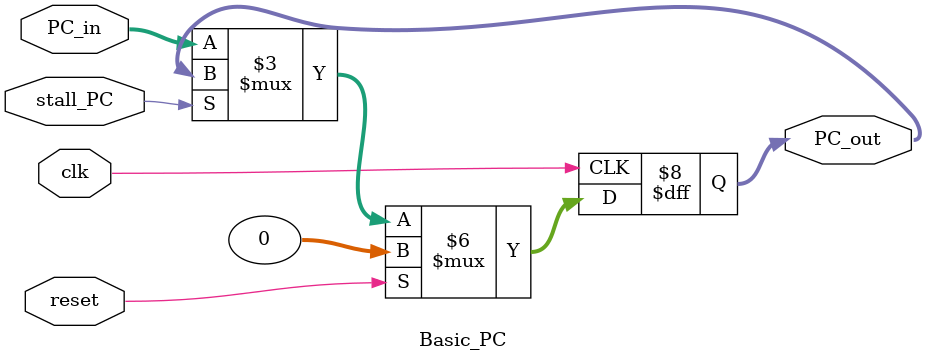
<source format=v>



//     always @(posedge clk) begin
        
//         if(reset) begin
//             PC_temp <= 32'b0;
//             PC_out <= 32'b0;
//         end
        
//         else begin
//             PC_temp <= PC_temp + 32'd4;
//             case(PC_Src)
//                 1'b0: PC_out <= PC_temp;
//                 1'b1: PC_out <= PC_Imm;
//             endcase
//         end
//     end
        
// endmodule

module Basic_PC(PC_in, PC_out, stall_PC, clk, reset);
    input reset, clk, stall_PC;
    input [31:0] PC_in;
    output reg [31:0] PC_out;


    always @(posedge clk) begin
        
        if(reset) begin
            PC_out <= 32'b0;
        end

        else if(stall_PC) begin 
            PC_out <= PC_out;
        end
        
        else begin
            PC_out <= PC_in;
        end
    end
endmodule

</source>
